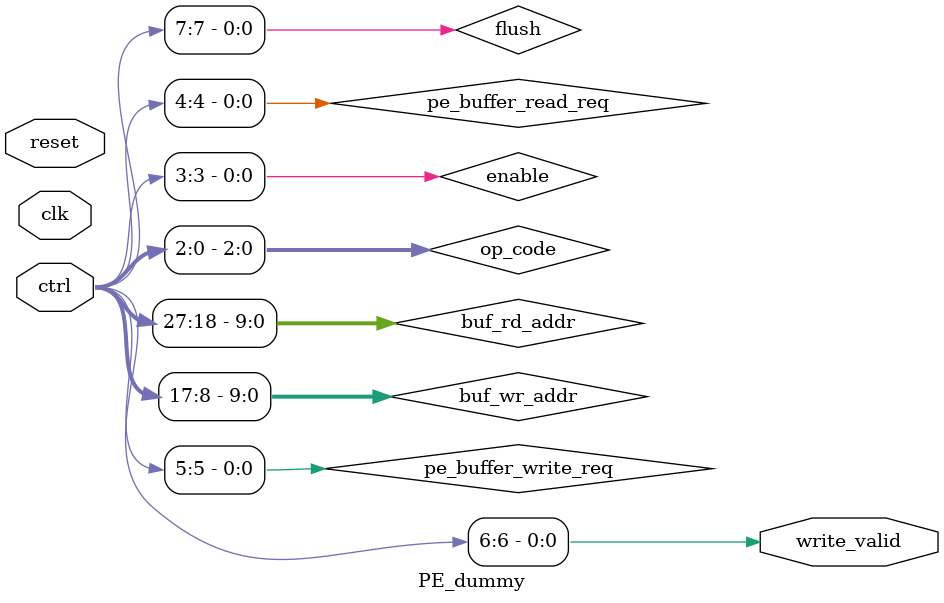
<source format=v>
`timescale 1ns/1ps
`include "common.vh"
module PE_dummy #(
  // INPUT PARAMETERS
  parameter integer PE_BUF_ADDR_WIDTH   = 10,
  parameter integer OP_WIDTH            = 16,
  parameter integer ACC_WIDTH           = 16,
  parameter integer LAYER_NORM          = "NO"
)
(
  // PORTS
  input  wire                           clk,
  input  wire                           reset,
  input  wire [ CTRL_WIDTH    -1 : 0 ]  ctrl,
  output wire                           write_valid
);

// ******************************************************************
// LOCALPARAMS
// ******************************************************************
  localparam integer OP_CODE_WIDTH  = 3;
  localparam integer CTRL_WIDTH     = 8+2*PE_BUF_ADDR_WIDTH;
// ******************************************************************
// WIRES & REGS
// ******************************************************************
  // control
  wire                                fifo_push_norm;
  wire                                fifo_pop_norm;
  // data
  wire [ OP_WIDTH           -1 : 0 ]  data_in;
  wire [ OP_WIDTH           -1 : 0 ]  pe_buffer_write_data;
  wire [ OP_WIDTH           -1 : 0 ]  pe_buffer_read_data_d;
  wire                                data_valid;
  wire                                centre_data_valid;
  // fifo
  wire                                pe_buffer_write_req;
  wire                                pe_buffer_read_req;
  wire                                is_normalization;

  wire                                flush, flush_d;
  wire                                enable;
  wire [ OP_CODE_WIDTH      -1 : 0 ]  op_code;

  wire [ PE_BUF_ADDR_WIDTH  -1 : 0 ]  buf_rd_addr, buf_wr_addr;

  wire [ OP_WIDTH-1:0] conv_out;

// ******************************************************************
// LOGIC
// ******************************************************************

  assign {buf_rd_addr, buf_wr_addr,
    flush, write_valid, pe_buffer_write_req, pe_buffer_read_req, enable, op_code} = ctrl;

endmodule

</source>
